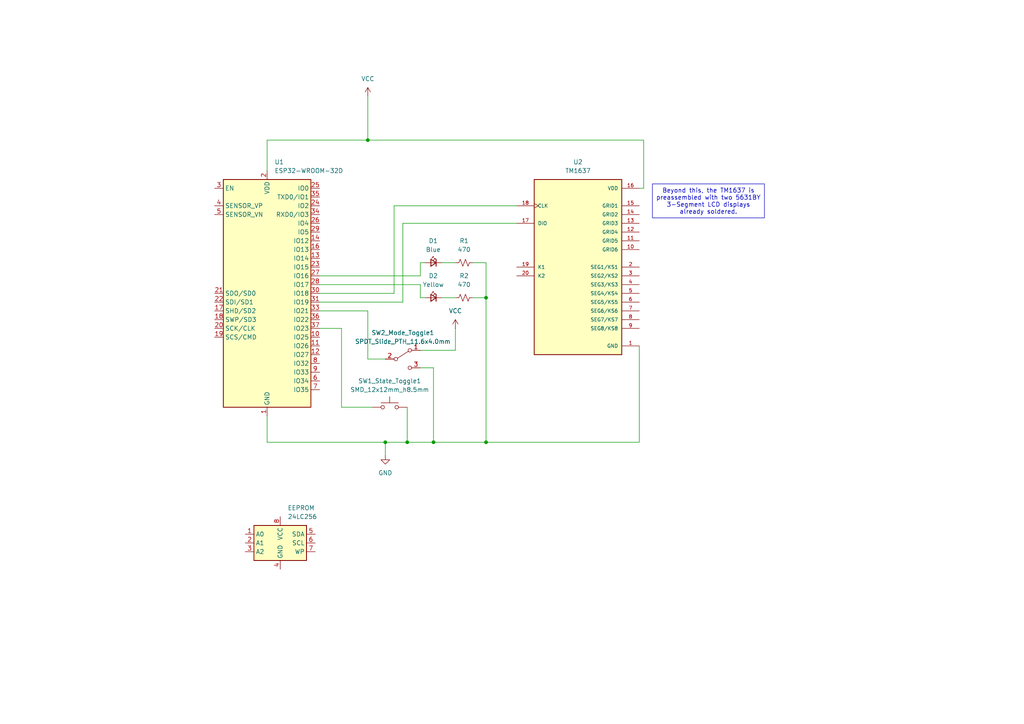
<source format=kicad_sch>
(kicad_sch (version 20250114) (generator "eeschema") (generator_version "9.0")
  (paper "A4")
  (lib_symbols
    (symbol "Memory_EEPROM:24LC256"
      (property "Reference" "U" (at -6.35 6.35 0))
      (property "Value" "24LC256" (at 1.27 6.35 0))
      (symbol "24LC256_1_1"
        (rectangle (start -7.62 5.08) (end 7.62 -5.08) (stroke (width 0.254)) (fill (type background)))
        (pin input line (at -10.16 2.54 0) (length 2.54) (name "A0") (number "1"))
        (pin input line (at -10.16 0 0) (length 2.54) (name "A1") (number "2"))
        (pin input line (at -10.16 -2.54 0) (length 2.54) (name "A2") (number "3"))
        (pin power_in line (at 0 7.62 270) (length 2.54) (name "VCC") (number "8"))
        (pin power_in line (at 0 -7.62 90) (length 2.54) (name "GND") (number "4"))
        (pin bidirectional line (at 10.16 2.54 180) (length 2.54) (name "SDA") (number "5"))
        (pin input line (at 10.16 0 180) (length 2.54) (name "SCL") (number "6"))
        (pin input line (at 10.16 -2.54 180) (length 2.54) (name "WP") (number "7"))
      )
    )
    (symbol "RF_Module:ESP32-WROOM-32D"
      (property "Reference" "U" (at -12.7 34.29 0))
      (property "Value" "ESP32-WROOM-32D" (at 1.27 34.29 0))
      (symbol "ESP32-WROOM-32D_0_1"
        (rectangle (start -12.7 33.02) (end 12.7 -33.02) (stroke (width 0.254)) (fill (type background)))
      )
      (symbol "ESP32-WROOM-32D_1_1"
        (pin input line (at -15.24 30.48 0) (length 2.54) (name "EN") (number "3"))
        (pin input line (at -15.24 25.4 0) (length 2.54) (name "SENSOR_VP") (number "4"))
        (pin input line (at -15.24 22.86 0) (length 2.54) (name "SENSOR_VN") (number "5"))
        (pin bidirectional line (at -15.24 0 0) (length 2.54) (name "SDO/SD0") (number "21"))
        (pin bidirectional line (at -15.24 -2.54 0) (length 2.54) (name "SDI/SD1") (number "22"))
        (pin bidirectional line (at -15.24 -5.08 0) (length 2.54) (name "SHD/SD2") (number "17"))
        (pin bidirectional line (at -15.24 -7.62 0) (length 2.54) (name "SWP/SD3") (number "18"))
        (pin bidirectional line (at -15.24 -10.16 0) (length 2.54) (name "SCK/CLK") (number "20"))
        (pin bidirectional line (at -15.24 -12.7 0) (length 2.54) (name "SCS/CMD") (number "19"))
        (pin no_connect line (at -12.7 -27.94 0) (length 2.54) (hide yes) (name "NC") (number "32"))
        (pin power_in line (at 0 35.56 270) (length 2.54) (name "VDD") (number "2"))
        (pin power_in line (at 0 -35.56 90) (length 2.54) (name "GND") (number "1"))
        (pin passive line (at 0 -35.56 90) (length 2.54) (hide yes) (name "GND") (number "15"))
        (pin passive line (at 0 -35.56 90) (length 2.54) (hide yes) (name "GND") (number "38"))
        (pin passive line (at 0 -35.56 90) (length 2.54) (hide yes) (name "GND") (number "39"))
        (pin bidirectional line (at 15.24 30.48 180) (length 2.54) (name "IO0") (number "25"))
        (pin bidirectional line (at 15.24 27.94 180) (length 2.54) (name "TXD0/IO1") (number "35"))
        (pin bidirectional line (at 15.24 25.4 180) (length 2.54) (name "IO2") (number "24"))
        (pin bidirectional line (at 15.24 22.86 180) (length 2.54) (name "RXD0/IO3") (number "34"))
        (pin bidirectional line (at 15.24 20.32 180) (length 2.54) (name "IO4") (number "26"))
        (pin bidirectional line (at 15.24 17.78 180) (length 2.54) (name "IO5") (number "29"))
        (pin bidirectional line (at 15.24 15.24 180) (length 2.54) (name "IO12") (number "14"))
        (pin bidirectional line (at 15.24 12.7 180) (length 2.54) (name "IO13") (number "16"))
        (pin bidirectional line (at 15.24 10.16 180) (length 2.54) (name "IO14") (number "13"))
        (pin bidirectional line (at 15.24 7.62 180) (length 2.54) (name "IO15") (number "23"))
        (pin bidirectional line (at 15.24 5.08 180) (length 2.54) (name "IO16") (number "27"))
        (pin bidirectional line (at 15.24 2.54 180) (length 2.54) (name "IO17") (number "28"))
        (pin bidirectional line (at 15.24 0 180) (length 2.54) (name "IO18") (number "30"))
        (pin bidirectional line (at 15.24 -2.54 180) (length 2.54) (name "IO19") (number "31"))
        (pin bidirectional line (at 15.24 -5.08 180) (length 2.54) (name "IO21") (number "33"))
        (pin bidirectional line (at 15.24 -7.62 180) (length 2.54) (name "IO22") (number "36"))
        (pin bidirectional line (at 15.24 -10.16 180) (length 2.54) (name "IO23") (number "37"))
        (pin bidirectional line (at 15.24 -12.7 180) (length 2.54) (name "IO25") (number "10"))
        (pin bidirectional line (at 15.24 -15.24 180) (length 2.54) (name "IO26") (number "11"))
        (pin bidirectional line (at 15.24 -17.78 180) (length 2.54) (name "IO27") (number "12"))
        (pin bidirectional line (at 15.24 -20.32 180) (length 2.54) (name "IO32") (number "8"))
        (pin bidirectional line (at 15.24 -22.86 180) (length 2.54) (name "IO33") (number "9"))
        (pin input line (at 15.24 -25.4 180) (length 2.54) (name "IO34") (number "6"))
        (pin input line (at 15.24 -27.94 180) (length 2.54) (name "IO35") (number "7"))
      )
    )
    (symbol "SparkFun-LED:LED_Blue_1206" (pin_numbers (hide yes)) (pin_names (offset 1.016) (hide yes))
      (property "Reference" "D" (at 0 2.54 0))
      (property "Value" "Blue" (at 0 -2.54 0))
      (symbol "LED_Blue_1206_0_1"
        (polyline (pts (xy -0.762 -1.016) (xy -0.762 1.016)) (stroke (width 0.254)))
        (polyline (pts (xy 0 0.762) (xy -0.508 1.27) (xy -0.254 1.27) (xy -0.508 1.27) (xy -0.508 1.016)))
        (polyline (pts (xy 0.508 1.27) (xy 0 1.778) (xy 0.254 1.778) (xy 0 1.778) (xy 0 1.524)))
        (polyline (pts (xy 0.762 -1.016) (xy -0.762 0) (xy 0.762 1.016) (xy 0.762 -1.016)) (stroke (width 0.254)))
        (polyline (pts (xy 1.016 0) (xy -0.762 0)))
      )
      (symbol "LED_Blue_1206_1_1"
        (pin passive line (at -2.54 0 0) (length 1.778) (name "K") (number "1"))
        (pin passive line (at 2.54 0 180) (length 1.778) (name "A") (number "2"))
      )
    )
    (symbol "SparkFun-LED:LED_Yellow_1206" (pin_numbers (hide yes)) (pin_names (offset 1.016) (hide yes))
      (property "Reference" "D" (at 0 2.54 0))
      (property "Value" "Yellow" (at 0 -2.54 0))
      (symbol "LED_Yellow_1206_0_1"
        (polyline (pts (xy -0.762 -1.016) (xy -0.762 1.016)) (stroke (width 0.254)))
        (polyline (pts (xy 0 0.762) (xy -0.508 1.27) (xy -0.254 1.27) (xy -0.508 1.27) (xy -0.508 1.016)))
        (polyline (pts (xy 0.508 1.27) (xy 0 1.778) (xy 0.254 1.778) (xy 0 1.778) (xy 0 1.524)))
        (polyline (pts (xy 0.762 -1.016) (xy -0.762 0) (xy 0.762 1.016) (xy 0.762 -1.016)) (stroke (width 0.254)))
        (polyline (pts (xy 1.016 0) (xy -0.762 0)))
      )
      (symbol "LED_Yellow_1206_1_1"
        (pin passive line (at -2.54 0 0) (length 1.778) (name "K") (number "1"))
        (pin passive line (at 2.54 0 180) (length 1.778) (name "A") (number "2"))
      )
    )
    (symbol "SparkFun-Resistor:470_0603" (pin_numbers (hide yes)) (pin_names (offset 0))
      (property "Reference" "R" (at 0 -2.54 0))
      (property "Value" "470" (at 0 2.54 0))
      (symbol "470_0603_0_1"
        (polyline (pts (xy -1.524 0) (xy -1.143 1.016) (xy -0.762 0) (xy -0.381 -1.016) (xy 0 0)))
        (polyline (pts (xy 0 0) (xy 0.381 1.016) (xy 0.762 0) (xy 1.143 -1.016) (xy 1.524 0)))
      )
      (symbol "470_0603_1_1"
        (pin passive line (at -2.54 0 0) (length 1.016) (name "~") (number "1"))
        (pin passive line (at 2.54 0 180) (length 1.016) (name "~") (number "2"))
      )
    )
    (symbol "SparkFun-Switch:SPDT_Slide_PTH_11.6x4.0mm" (pin_names (offset 0) (hide yes))
      (property "Reference" "SW" (at 0 4.318 0))
      (property "Value" "SPDT_Slide_PTH_11.6x4.0mm" (at 0 -5.08 0))
      (symbol "SPDT_Slide_PTH_11.6x4.0mm_0_0"
        (circle (center -2.032 0) (radius 0.508))
        (circle (center 2.032 -2.54) (radius 0.508))
      )
      (symbol "SPDT_Slide_PTH_11.6x4.0mm_0_1"
        (polyline (pts (xy -1.524 0.254) (xy 1.651 2.286)))
        (circle (center 2.032 2.54) (radius 0.508))
      )
      (symbol "SPDT_Slide_PTH_11.6x4.0mm_1_1"
        (pin passive line (at -5.08 0 0) (length 2.54) (name "B") (number "2"))
        (pin passive line (at 5.08 2.54 180) (length 2.54) (name "A") (number "1"))
        (pin passive line (at 5.08 -2.54 180) (length 2.54) (name "C") (number "3"))
      )
    )
    (symbol "SparkFun-Switch:SPST_Push_SMD_12x12mm_h8.5mm" (pin_numbers (hide yes)) (pin_names (offset 0) (hide yes))
      (property "Reference" "SW" (at 0 5.08 0))
      (property "Value" "SMD_12x12mm_h8.5mm" (at 0 -2.54 0))
      (symbol "SPST_Push_SMD_12x12mm_h8.5mm_0_1"
        (circle (center -2.032 0) (radius 0.508))
        (polyline (pts (xy 0 1.27) (xy 0 3.048)))
        (circle (center 2.032 0) (radius 0.508))
        (polyline (pts (xy 2.54 1.27) (xy -2.54 1.27)))
      )
      (symbol "SPST_Push_SMD_12x12mm_h8.5mm_1_1"
        (pin passive line (at -5.08 0 0) (length 2.54) (name "1") (number "1"))
        (pin passive line (at 5.08 0 180) (length 2.54) (name "2") (number "2"))
      )
    )
    (symbol "TM1637:TM1637" (pin_names (offset 1.016))
      (property "Reference" "U" (at -12.7 27.94 0))
      (property "Value" "TM1637" (at -12.7 -30.48 0))
      (symbol "TM1637_0_0"
        (rectangle (start -12.7 -25.4) (end 12.7 25.4) (stroke (width 0.254)) (fill (type background)))
        (pin input clock (at -17.78 17.78 0) (length 5.08) (name "CLK") (number "18"))
        (pin bidirectional line (at -17.78 12.7 0) (length 5.08) (name "DIO") (number "17"))
        (pin input line (at -17.78 0 0) (length 5.08) (name "K1") (number "19"))
        (pin input line (at -17.78 -2.54 0) (length 5.08) (name "K2") (number "20"))
        (pin power_in line (at 17.78 22.86 180) (length 5.08) (name "VDD") (number "16"))
        (pin output line (at 17.78 17.78 180) (length 5.08) (name "GRID1") (number "15"))
        (pin output line (at 17.78 15.24 180) (length 5.08) (name "GRID2") (number "14"))
        (pin output line (at 17.78 12.7 180) (length 5.08) (name "GRID3") (number "13"))
        (pin output line (at 17.78 10.16 180) (length 5.08) (name "GRID4") (number "12"))
        (pin output line (at 17.78 7.62 180) (length 5.08) (name "GRID5") (number "11"))
        (pin output line (at 17.78 5.08 180) (length 5.08) (name "GRID6") (number "10"))
        (pin output line (at 17.78 0 180) (length 5.08) (name "SEG1/KS1") (number "2"))
        (pin output line (at 17.78 -2.54 180) (length 5.08) (name "SEG2/KS2") (number "3"))
        (pin output line (at 17.78 -5.08 180) (length 5.08) (name "SEG3/KS3") (number "4"))
        (pin output line (at 17.78 -7.62 180) (length 5.08) (name "SEG4/KS4") (number "5"))
        (pin output line (at 17.78 -10.16 180) (length 5.08) (name "SEG5/KS5") (number "6"))
        (pin output line (at 17.78 -12.7 180) (length 5.08) (name "SEG6/KS6") (number "7"))
        (pin output line (at 17.78 -15.24 180) (length 5.08) (name "SEG7/KS7") (number "8"))
        (pin output line (at 17.78 -17.78 180) (length 5.08) (name "SEG8/KS8") (number "9"))
        (pin power_in line (at 17.78 -22.86 180) (length 5.08) (name "GND") (number "1"))
      )
    )
    (symbol "power:GND" (power) (pin_numbers (hide yes)) (pin_names (offset 0) (hide yes))
      (property "Value" "GND" (at 0 -3.81 0))
      (symbol "GND_0_1"
        (polyline (pts (xy 0 0) (xy 0 -1.27) (xy 1.27 -1.27) (xy 0 -2.54) (xy -1.27 -1.27) (xy 0 -1.27)))
      )
      (symbol "GND_1_1"
        (pin power_in line (at 0 0 270) (length 0) (name "~") (number "1"))
      )
    )
    (symbol "power:VCC" (power) (pin_numbers (hide yes)) (pin_names (offset 0) (hide yes))
      (property "Value" "VCC" (at 0 3.556 0))
      (symbol "VCC_0_1"
        (polyline (pts (xy -0.762 1.27) (xy 0 2.54)))
        (polyline (pts (xy 0 2.54) (xy 0.762 1.27)))
        (polyline (pts (xy 0 0) (xy 0 2.54)))
      )
      (symbol "VCC_1_1"
        (pin power_in line (at 0 0 90) (length 0) (name "~") (number "1"))
      )
    )
  )
  (text_box "Beyond this, the TM1637 is preassembled with two 5631BY 3-Segment LCD displays already soldered." (at 189.23 53.34 0) (size 32.4925 9.8481) (margins 0.9525 0.9525 0.9525 0.9525) (fill (type color)) (effects (font (size 1.27 1.27))))
  (junction (at 111.76 128.27))
  (junction (at 140.97 128.27))
  (junction (at 125.73 128.27))
  (junction (at 118.11 128.27))
  (junction (at 106.68 40.64))
  (junction (at 140.97 86.36))
  (wire (pts (xy 185.42 100.33) (xy 185.42 128.27)))
  (wire (pts (xy 185.42 128.27) (xy 140.97 128.27)))
  (wire (pts (xy 99.06 118.11) (xy 107.95 118.11)))
  (wire (pts (xy 121.92 86.36) (xy 121.92 82.55)))
  (wire (pts (xy 116.84 87.63) (xy 116.84 64.77)))
  (wire (pts (xy 137.16 86.36) (xy 140.97 86.36)))
  (wire (pts (xy 140.97 76.2) (xy 140.97 86.36)))
  (wire (pts (xy 186.69 40.64) (xy 106.68 40.64)))
  (wire (pts (xy 114.3 59.69) (xy 149.86 59.69)))
  (wire (pts (xy 185.42 54.61) (xy 186.69 54.61)))
  (wire (pts (xy 186.69 54.61) (xy 186.69 40.64)))
  (wire (pts (xy 137.16 76.2) (xy 140.97 76.2)))
  (wire (pts (xy 92.71 80.01) (xy 121.92 80.01)))
  (wire (pts (xy 128.27 86.36) (xy 132.08 86.36)))
  (wire (pts (xy 99.06 95.25) (xy 92.71 95.25)))
  (wire (pts (xy 121.92 101.6) (xy 132.08 101.6)))
  (wire (pts (xy 106.68 40.64) (xy 77.47 40.64)))
  (wire (pts (xy 106.68 90.17) (xy 106.68 104.14)))
  (wire (pts (xy 106.68 40.64) (xy 106.68 27.94)))
  (wire (pts (xy 114.3 85.09) (xy 114.3 59.69)))
  (wire (pts (xy 140.97 86.36) (xy 140.97 128.27)))
  (wire (pts (xy 111.76 128.27) (xy 111.76 132.08)))
  (wire (pts (xy 128.27 76.2) (xy 132.08 76.2)))
  (wire (pts (xy 106.68 104.14) (xy 111.76 104.14)))
  (wire (pts (xy 92.71 85.09) (xy 114.3 85.09)))
  (wire (pts (xy 111.76 128.27) (xy 118.11 128.27)))
  (wire (pts (xy 132.08 101.6) (xy 132.08 95.25)))
  (wire (pts (xy 121.92 106.68) (xy 125.73 106.68)))
  (wire (pts (xy 92.71 87.63) (xy 116.84 87.63)))
  (wire (pts (xy 92.71 90.17) (xy 106.68 90.17)))
  (wire (pts (xy 116.84 64.77) (xy 149.86 64.77)))
  (wire (pts (xy 121.92 86.36) (xy 123.19 86.36)))
  (wire (pts (xy 77.47 128.27) (xy 111.76 128.27)))
  (wire (pts (xy 77.47 120.65) (xy 77.47 128.27)))
  (wire (pts (xy 118.11 118.11) (xy 118.11 128.27)))
  (wire (pts (xy 125.73 106.68) (xy 125.73 128.27)))
  (wire (pts (xy 99.06 118.11) (xy 99.06 95.25)))
  (wire (pts (xy 121.92 76.2) (xy 123.19 76.2)))
  (wire (pts (xy 125.73 128.27) (xy 118.11 128.27)))
  (wire (pts (xy 121.92 80.01) (xy 121.92 76.2)))
  (wire (pts (xy 77.47 40.64) (xy 77.47 49.53)))
  (wire (pts (xy 140.97 128.27) (xy 125.73 128.27)))
  (wire (pts (xy 121.92 82.55) (xy 92.71 82.55)))
  (symbol (lib_id "SparkFun-LED:LED_Blue_1206") (at 125.73 76.2 0) (mirror y) (unit 1)
    (property "Reference" "D1" (at 125.6665 69.85 0))
    (property "Value" "Blue" (at 125.6665 72.39 0))
    (property "Footprint" "SparkFun-LED:LED_1206_3216Metric_Blue" (effects (hide yes)))
    (property "Datasheet" "https://optoelectronics.liteon.com/upload/download/DS22-2000-026/LTST-C150TBKT(0630).pdf" (effects (hide yes)))
    (property "Description" "Light emitting diode" (effects (hide yes)))
    (property "PROD_ID" "DIO-09911" (effects (hide yes)))
  )
  (symbol (lib_id "power:VCC") (at 132.08 95.25 0) (unit 1)
    (property "Reference" "#PWR03" (effects (hide yes)))
    (property "Value" "VCC" (at 132.08 90.17 0))
    (property "Description" "Power symbol creates a global label with name \"VCC\"" (effects (hide yes)))
  )
  (symbol (lib_id "Memory_EEPROM:24LC256") (at 81.28 157.48 0) (unit 1)
    (property "Reference" "EEPROM" (at 83.4233 147.32 0) (effects (justify left)))
    (property "Value" "24LC256" (at 83.4233 149.86 0) (effects (justify left)))
    (property "Datasheet" "http://ww1.microchip.com/downloads/en/devicedoc/21203m.pdf" (effects (hide yes)))
    (property "Description" "I2C Serial EEPROM, 256Kb, DIP-8/SOIC-8/TSSOP-8/DFN-8" (effects (hide yes)))
  )
  (symbol (lib_id "power:GND") (at 111.76 132.08 0) (unit 1)
    (property "Reference" "#PWR01" (effects (hide yes)))
    (property "Value" "GND" (at 111.76 137.16 0))
    (property "Description" "Power symbol creates a global label with name \"GND\" , ground" (effects (hide yes)))
  )
  (symbol (lib_id "RF_Module:ESP32-WROOM-32D") (at 77.47 85.09 0) (unit 1)
    (property "Reference" "U1" (at 79.6133 46.99 0) (effects (justify left)))
    (property "Value" "ESP32-WROOM-32D" (at 79.6133 49.53 0) (effects (justify left)))
    (property "Footprint" "RF_Module:ESP32-WROOM-32D" (effects (hide yes)))
    (property "Datasheet" "https://www.espressif.com/sites/default/files/documentation/esp32-wroom-32d_esp32-wroom-32u_datasheet_en.pdf" (effects (hide yes)))
    (property "Description" "RF Module, ESP32-D0WD SoC, Wi-Fi 802.11b/g/n, Bluetooth, BLE, 32-bit, 2.7-3.6V, onboard antenna, SMD" (effects (hide yes)))
  )
  (symbol (lib_id "SparkFun-Resistor:470_0603") (at 134.62 86.36 0) (unit 1)
    (property "Reference" "R2" (at 134.62 80.01 0))
    (property "Value" "470" (at 134.62 82.55 0))
    (property "Footprint" "SparkFun-Resistor:R_0603_1608Metric" (effects (hide yes)))
    (property "Datasheet" "https://www.vishay.com/docs/20035/dcrcwe3.pdf" (effects (hide yes)))
    (property "Description" "Resistor" (effects (hide yes)))
    (property "PROD_ID" "RES-07869" (effects (hide yes)))
  )
  (symbol (lib_id "TM1637:TM1637") (at 167.64 77.47 0) (unit 1)
    (property "Reference" "U2" (at 167.64 46.99 0))
    (property "Value" "TM1637" (at 167.64 49.53 0))
    (property "Footprint" "TM1637:DIP778W43P254L2612H431Q20N" (effects (hide yes)))
    (property "MF" "Titan Micro Electronics" (effects (hide yes)))
    (property "MAXIMUM_PACKAGE_HEIGHT" "4.31 mm" (effects (hide yes)))
    (property "Package" "None" (effects (hide yes)))
    (property "Price" "None" (effects (hide yes)))
    (property "Check_prices" "https://www.snapeda.com/parts/TM1637/Titan+Micro+Electronics/view-part/?ref=eda" (effects (hide yes)))
    (property "STANDARD" "IPC 7351B" (effects (hide yes)))
    (property "PARTREV" "v2.5" (effects (hide yes)))
    (property "SnapEDA_Link" "https://www.snapeda.com/parts/TM1637/Titan+Micro+Electronics/view-part/?ref=snap" (effects (hide yes)))
    (property "MP" "TM1637" (effects (hide yes)))
    (property "Description_1" "LED Drive Control Special Circuit" (effects (hide yes)))
    (property "Availability" "Not in stock" (effects (hide yes)))
    (property "MANUFACTURER" "Titan Micro Electronics" (effects (hide yes)))
  )
  (symbol (lib_id "SparkFun-Switch:SPST_Push_SMD_12x12mm_h8.5mm") (at 113.03 118.11 0) (unit 1)
    (property "Reference" "SW1_State_Toggle1" (at 113.03 110.49 0))
    (property "Value" "SMD_12x12mm_h8.5mm" (at 113.03 113.03 0))
    (property "Footprint" "SparkFun-Switch:Push_SMD_12x12mm" (effects (hide yes)))
    (property "Datasheet" "https://cdn.sparkfun.com/datasheets/Components/Switches/N301102.pdf" (effects (hide yes)))
    (property "Description" "Single Pole Single Throw (SPST) switch" (effects (hide yes)))
    (property "PROD_ID" "SWCH-11967" (effects (hide yes)))
    (property "Mfg Part#" "EG4904TR-ND" (effects (hide yes)))
  )
  (symbol (lib_id "SparkFun-Switch:SPDT_Slide_PTH_11.6x4.0mm") (at 116.84 104.14 0) (unit 1)
    (property "Reference" "SW2_Mode_Toggle1" (at 116.84 96.52 0))
    (property "Value" "SPDT_Slide_PTH_11.6x4.0mm" (at 116.84 99.06 0))
    (property "Footprint" "SparkFun-Switch:Slide_SPDT_PTH_11.6x4.0mm" (effects (hide yes)))
    (property "Datasheet" "https://www.sparkfun.com/datasheets/Components/Buttons/P040040c.pdf" (effects (hide yes)))
    (property "Description" "Switch, single pole double throw" (effects (hide yes)))
    (property "PROD_ID" "SWCH-08261" (effects (hide yes)))
  )
  (symbol (lib_id "SparkFun-LED:LED_Yellow_1206") (at 125.73 86.36 0) (mirror y) (unit 1)
    (property "Reference" "D2" (at 125.6665 80.01 0))
    (property "Value" "Yellow" (at 125.6665 82.55 0))
    (property "Footprint" "SparkFun-LED:LED_1206_3216Metric_Yellow" (effects (hide yes)))
    (property "Datasheet" "https://optoelectronics.liteon.com/upload/download/DS-22-99-0187/LTST-C150KSKT.pdf" (effects (hide yes)))
    (property "Description" "Light emitting diode" (effects (hide yes)))
    (property "PROD_ID" "DIO-09909" (effects (hide yes)))
  )
  (symbol (lib_id "SparkFun-Resistor:470_0603") (at 134.62 76.2 0) (unit 1)
    (property "Reference" "R1" (at 134.62 69.85 0))
    (property "Value" "470" (at 134.62 72.39 0))
    (property "Footprint" "SparkFun-Resistor:R_0603_1608Metric" (effects (hide yes)))
    (property "Datasheet" "https://www.vishay.com/docs/20035/dcrcwe3.pdf" (effects (hide yes)))
    (property "Description" "Resistor" (effects (hide yes)))
    (property "PROD_ID" "RES-07869" (effects (hide yes)))
  )
  (symbol (lib_id "power:VCC") (at 106.68 27.94 0) (unit 1)
    (property "Reference" "#PWR02" (effects (hide yes)))
    (property "Value" "VCC" (at 106.68 22.86 0))
    (property "Description" "Power symbol creates a global label with name \"VCC\"" (effects (hide yes)))
  )
)
</source>
